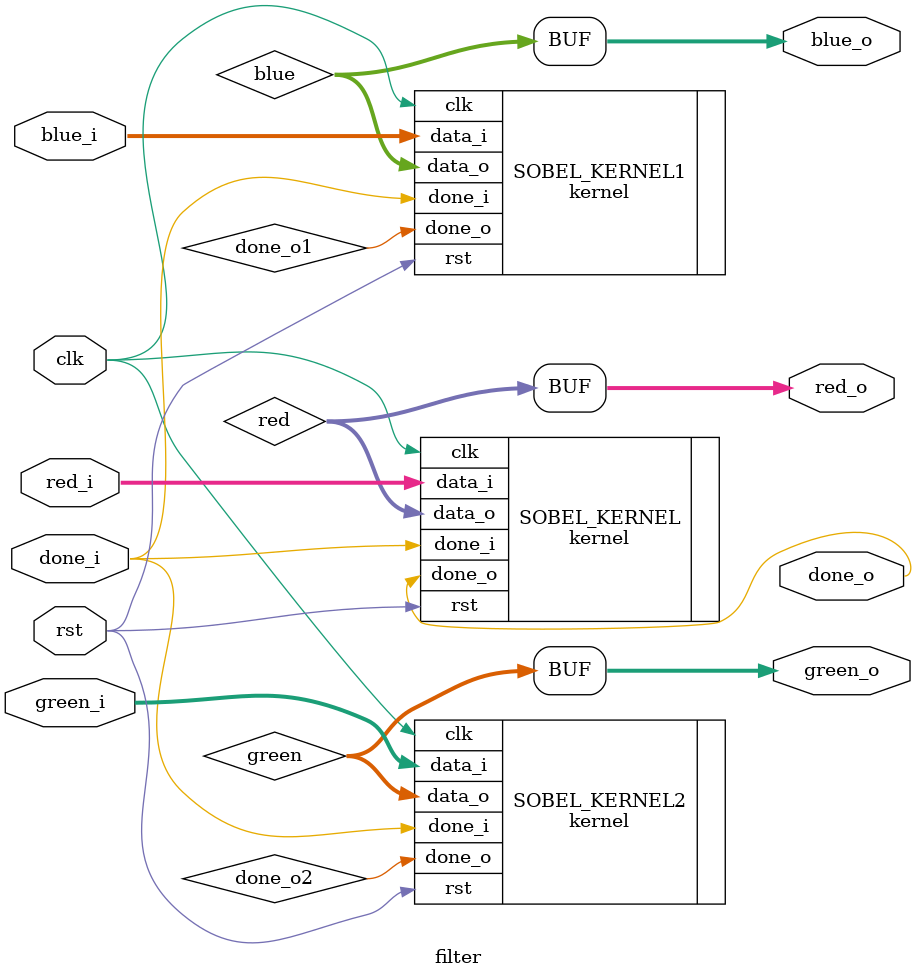
<source format=v>
module filter(
	input clk,
	input rst,
	
	input [7:0] red_i,
	input [7:0] green_i,
	input [7:0] blue_i,
	input done_i,
	
	output reg [7:0] red_o,
	output reg [7:0] green_o,
	output reg [7:0] blue_o,
	
	output done_o
);
wire [7:0] red,blue,green;
wire done_o1,done_o2;
kernel SOBEL_KERNEL(
	.clk(clk),
	.rst(rst),
	
	.data_i(red_i),
	.done_i(done_i),
	
	.data_o(red),
	.done_o(done_o)
);
 kernel SOBEL_KERNEL1(
	.clk(clk),
	.rst(rst),
	
	.data_i(blue_i),
	.done_i(done_i),
	
	.data_o(blue),
	.done_o(done_o1)
);
kernel SOBEL_KERNEL2(
	.clk(clk),
	.rst(rst),
	
	.data_i(green_i),
	.done_i(done_i),
	
	.data_o(green),
	.done_o(done_o2)
);
always@(*)begin
		red_o <= red;
		green_o <= green ;
		blue_o <= blue;
end 


endmodule
</source>
